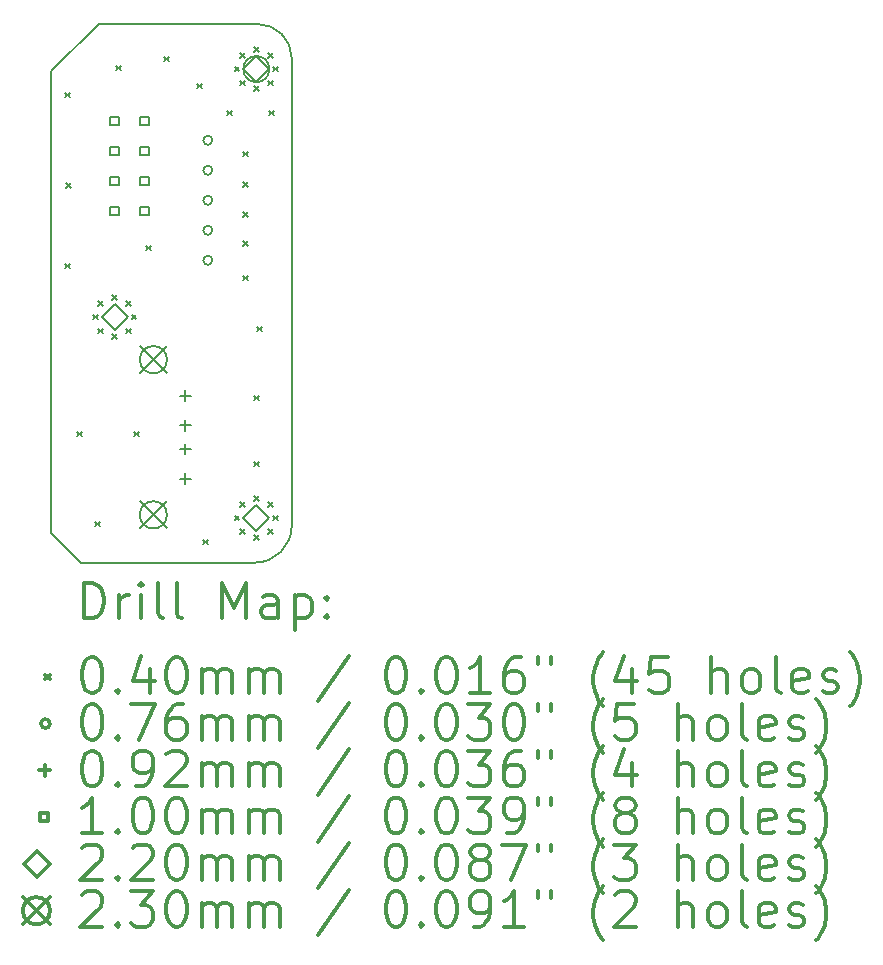
<source format=gbr>
%FSLAX45Y45*%
G04 Gerber Fmt 4.5, Leading zero omitted, Abs format (unit mm)*
G04 Created by KiCad (PCBNEW (5.1.8)-1) date 2021-04-24 14:29:43*
%MOMM*%
%LPD*%
G01*
G04 APERTURE LIST*
%TA.AperFunction,Profile*%
%ADD10C,0.150000*%
%TD*%
%ADD11C,0.200000*%
%ADD12C,0.300000*%
G04 APERTURE END LIST*
D10*
X3630000Y-5840000D02*
G75*
G02*
X3320000Y-6150000I-310000J0D01*
G01*
X3340000Y-1590000D02*
G75*
G02*
X3630000Y-1880000I0J-290000D01*
G01*
X2000000Y-1590000D02*
X1590600Y-1991800D01*
X3630000Y-5840000D02*
X3630000Y-1880000D01*
X1850000Y-6150000D02*
X3320000Y-6150000D01*
X3340000Y-1590000D02*
X2000000Y-1590000D01*
X1590600Y-5901800D02*
X1850000Y-6150000D01*
X1590600Y-1991800D02*
X1590600Y-5901800D01*
X3440600Y-1971800D02*
G75*
G03*
X3440600Y-1971800I-110000J0D01*
G01*
D11*
X1710000Y-2170000D02*
X1750000Y-2210000D01*
X1750000Y-2170000D02*
X1710000Y-2210000D01*
X1710000Y-3620000D02*
X1750000Y-3660000D01*
X1750000Y-3620000D02*
X1710000Y-3660000D01*
X1720000Y-2940000D02*
X1760000Y-2980000D01*
X1760000Y-2940000D02*
X1720000Y-2980000D01*
X1812000Y-5041600D02*
X1852000Y-5081600D01*
X1852000Y-5041600D02*
X1812000Y-5081600D01*
X1964400Y-5803600D02*
X2004400Y-5843600D01*
X2004400Y-5803600D02*
X1964400Y-5843600D01*
X2142200Y-1942800D02*
X2182200Y-1982800D01*
X2182200Y-1942800D02*
X2142200Y-1982800D01*
X2294600Y-5041600D02*
X2334600Y-5081600D01*
X2334600Y-5041600D02*
X2294600Y-5081600D01*
X2396200Y-3466800D02*
X2436200Y-3506800D01*
X2436200Y-3466800D02*
X2396200Y-3506800D01*
X2548600Y-1866600D02*
X2588600Y-1906600D01*
X2588600Y-1866600D02*
X2548600Y-1906600D01*
X2828000Y-2095200D02*
X2868000Y-2135200D01*
X2868000Y-2095200D02*
X2828000Y-2135200D01*
X2878800Y-5956000D02*
X2918800Y-5996000D01*
X2918800Y-5956000D02*
X2878800Y-5996000D01*
X3082000Y-2323800D02*
X3122000Y-2363800D01*
X3122000Y-2323800D02*
X3082000Y-2363800D01*
X3220000Y-2670000D02*
X3260000Y-2710000D01*
X3260000Y-2670000D02*
X3220000Y-2710000D01*
X3220000Y-2930000D02*
X3260000Y-2970000D01*
X3260000Y-2930000D02*
X3220000Y-2970000D01*
X3220000Y-3180000D02*
X3260000Y-3220000D01*
X3260000Y-3180000D02*
X3220000Y-3220000D01*
X3220000Y-3430000D02*
X3260000Y-3470000D01*
X3260000Y-3430000D02*
X3220000Y-3470000D01*
X3220000Y-3720000D02*
X3260000Y-3760000D01*
X3260000Y-3720000D02*
X3220000Y-3760000D01*
X3310600Y-4736800D02*
X3350600Y-4776800D01*
X3350600Y-4736800D02*
X3310600Y-4776800D01*
X3310600Y-5295600D02*
X3350600Y-5335600D01*
X3350600Y-5295600D02*
X3310600Y-5335600D01*
X3336000Y-4152600D02*
X3376000Y-4192600D01*
X3376000Y-4152600D02*
X3336000Y-4192600D01*
X3437600Y-2323800D02*
X3477600Y-2363800D01*
X3477600Y-2323800D02*
X3437600Y-2363800D01*
X3145600Y-5751800D02*
X3185600Y-5791800D01*
X3185600Y-5751800D02*
X3145600Y-5791800D01*
X3193927Y-5635127D02*
X3233927Y-5675127D01*
X3233927Y-5635127D02*
X3193927Y-5675127D01*
X3193927Y-5868473D02*
X3233927Y-5908473D01*
X3233927Y-5868473D02*
X3193927Y-5908473D01*
X3310600Y-5586800D02*
X3350600Y-5626800D01*
X3350600Y-5586800D02*
X3310600Y-5626800D01*
X3310600Y-5916800D02*
X3350600Y-5956800D01*
X3350600Y-5916800D02*
X3310600Y-5956800D01*
X3427272Y-5635127D02*
X3467272Y-5675127D01*
X3467272Y-5635127D02*
X3427272Y-5675127D01*
X3427272Y-5868473D02*
X3467272Y-5908473D01*
X3467272Y-5868473D02*
X3427272Y-5908473D01*
X3475600Y-5751800D02*
X3515600Y-5791800D01*
X3515600Y-5751800D02*
X3475600Y-5791800D01*
X1945600Y-4051800D02*
X1985600Y-4091800D01*
X1985600Y-4051800D02*
X1945600Y-4091800D01*
X1993927Y-3935127D02*
X2033927Y-3975127D01*
X2033927Y-3935127D02*
X1993927Y-3975127D01*
X1993927Y-4168473D02*
X2033927Y-4208473D01*
X2033927Y-4168473D02*
X1993927Y-4208473D01*
X2110600Y-3886800D02*
X2150600Y-3926800D01*
X2150600Y-3886800D02*
X2110600Y-3926800D01*
X2110600Y-4216800D02*
X2150600Y-4256800D01*
X2150600Y-4216800D02*
X2110600Y-4256800D01*
X2227273Y-3935127D02*
X2267273Y-3975127D01*
X2267273Y-3935127D02*
X2227273Y-3975127D01*
X2227273Y-4168473D02*
X2267273Y-4208473D01*
X2267273Y-4168473D02*
X2227273Y-4208473D01*
X2275600Y-4051800D02*
X2315600Y-4091800D01*
X2315600Y-4051800D02*
X2275600Y-4091800D01*
X3145600Y-1951800D02*
X3185600Y-1991800D01*
X3185600Y-1951800D02*
X3145600Y-1991800D01*
X3193927Y-1835127D02*
X3233927Y-1875127D01*
X3233927Y-1835127D02*
X3193927Y-1875127D01*
X3193927Y-2068473D02*
X3233927Y-2108473D01*
X3233927Y-2068473D02*
X3193927Y-2108473D01*
X3310600Y-1786800D02*
X3350600Y-1826800D01*
X3350600Y-1786800D02*
X3310600Y-1826800D01*
X3310600Y-2116800D02*
X3350600Y-2156800D01*
X3350600Y-2116800D02*
X3310600Y-2156800D01*
X3427272Y-1835127D02*
X3467272Y-1875127D01*
X3467272Y-1835127D02*
X3427272Y-1875127D01*
X3427272Y-2068473D02*
X3467272Y-2108473D01*
X3467272Y-2068473D02*
X3427272Y-2108473D01*
X3475600Y-1951800D02*
X3515600Y-1991800D01*
X3515600Y-1951800D02*
X3475600Y-1991800D01*
X2958100Y-2574000D02*
G75*
G03*
X2958100Y-2574000I-38100J0D01*
G01*
X2958100Y-2828000D02*
G75*
G03*
X2958100Y-2828000I-38100J0D01*
G01*
X2958100Y-3082000D02*
G75*
G03*
X2958100Y-3082000I-38100J0D01*
G01*
X2958100Y-3336000D02*
G75*
G03*
X2958100Y-3336000I-38100J0D01*
G01*
X2958100Y-3590000D02*
G75*
G03*
X2958100Y-3590000I-38100J0D01*
G01*
X2729600Y-4692800D02*
X2729600Y-4784800D01*
X2683600Y-4738800D02*
X2775600Y-4738800D01*
X2729600Y-4942800D02*
X2729600Y-5034800D01*
X2683600Y-4988800D02*
X2775600Y-4988800D01*
X2729600Y-5142800D02*
X2729600Y-5234800D01*
X2683600Y-5188800D02*
X2775600Y-5188800D01*
X2729600Y-5392800D02*
X2729600Y-5484800D01*
X2683600Y-5438800D02*
X2775600Y-5438800D01*
X2164956Y-2445156D02*
X2164956Y-2374444D01*
X2094244Y-2374444D01*
X2094244Y-2445156D01*
X2164956Y-2445156D01*
X2164956Y-2699156D02*
X2164956Y-2628444D01*
X2094244Y-2628444D01*
X2094244Y-2699156D01*
X2164956Y-2699156D01*
X2164956Y-2953156D02*
X2164956Y-2882444D01*
X2094244Y-2882444D01*
X2094244Y-2953156D01*
X2164956Y-2953156D01*
X2164956Y-3207156D02*
X2164956Y-3136444D01*
X2094244Y-3136444D01*
X2094244Y-3207156D01*
X2164956Y-3207156D01*
X2418956Y-2445156D02*
X2418956Y-2374444D01*
X2348244Y-2374444D01*
X2348244Y-2445156D01*
X2418956Y-2445156D01*
X2418956Y-2699156D02*
X2418956Y-2628444D01*
X2348244Y-2628444D01*
X2348244Y-2699156D01*
X2418956Y-2699156D01*
X2418956Y-2953156D02*
X2418956Y-2882444D01*
X2348244Y-2882444D01*
X2348244Y-2953156D01*
X2418956Y-2953156D01*
X2418956Y-3207156D02*
X2418956Y-3136444D01*
X2348244Y-3136444D01*
X2348244Y-3207156D01*
X2418956Y-3207156D01*
X3330600Y-5881800D02*
X3440600Y-5771800D01*
X3330600Y-5661800D01*
X3220600Y-5771800D01*
X3330600Y-5881800D01*
X2130600Y-4181800D02*
X2240600Y-4071800D01*
X2130600Y-3961800D01*
X2020600Y-4071800D01*
X2130600Y-4181800D01*
X3330600Y-2081800D02*
X3440600Y-1971800D01*
X3330600Y-1861800D01*
X3220600Y-1971800D01*
X3330600Y-2081800D01*
X2343600Y-4316800D02*
X2573600Y-4546800D01*
X2573600Y-4316800D02*
X2343600Y-4546800D01*
X2573600Y-4431800D02*
G75*
G03*
X2573600Y-4431800I-115000J0D01*
G01*
X2343600Y-5630800D02*
X2573600Y-5860800D01*
X2573600Y-5630800D02*
X2343600Y-5860800D01*
X2573600Y-5745800D02*
G75*
G03*
X2573600Y-5745800I-115000J0D01*
G01*
D12*
X1869528Y-6623214D02*
X1869528Y-6323214D01*
X1940957Y-6323214D01*
X1983814Y-6337500D01*
X2012385Y-6366071D01*
X2026671Y-6394643D01*
X2040957Y-6451786D01*
X2040957Y-6494643D01*
X2026671Y-6551786D01*
X2012385Y-6580357D01*
X1983814Y-6608929D01*
X1940957Y-6623214D01*
X1869528Y-6623214D01*
X2169528Y-6623214D02*
X2169528Y-6423214D01*
X2169528Y-6480357D02*
X2183814Y-6451786D01*
X2198100Y-6437500D01*
X2226671Y-6423214D01*
X2255243Y-6423214D01*
X2355243Y-6623214D02*
X2355243Y-6423214D01*
X2355243Y-6323214D02*
X2340957Y-6337500D01*
X2355243Y-6351786D01*
X2369528Y-6337500D01*
X2355243Y-6323214D01*
X2355243Y-6351786D01*
X2540957Y-6623214D02*
X2512386Y-6608929D01*
X2498100Y-6580357D01*
X2498100Y-6323214D01*
X2698100Y-6623214D02*
X2669528Y-6608929D01*
X2655243Y-6580357D01*
X2655243Y-6323214D01*
X3040957Y-6623214D02*
X3040957Y-6323214D01*
X3140957Y-6537500D01*
X3240957Y-6323214D01*
X3240957Y-6623214D01*
X3512385Y-6623214D02*
X3512385Y-6466071D01*
X3498100Y-6437500D01*
X3469528Y-6423214D01*
X3412385Y-6423214D01*
X3383814Y-6437500D01*
X3512385Y-6608929D02*
X3483814Y-6623214D01*
X3412385Y-6623214D01*
X3383814Y-6608929D01*
X3369528Y-6580357D01*
X3369528Y-6551786D01*
X3383814Y-6523214D01*
X3412385Y-6508929D01*
X3483814Y-6508929D01*
X3512385Y-6494643D01*
X3655243Y-6423214D02*
X3655243Y-6723214D01*
X3655243Y-6437500D02*
X3683814Y-6423214D01*
X3740957Y-6423214D01*
X3769528Y-6437500D01*
X3783814Y-6451786D01*
X3798100Y-6480357D01*
X3798100Y-6566071D01*
X3783814Y-6594643D01*
X3769528Y-6608929D01*
X3740957Y-6623214D01*
X3683814Y-6623214D01*
X3655243Y-6608929D01*
X3926671Y-6594643D02*
X3940957Y-6608929D01*
X3926671Y-6623214D01*
X3912385Y-6608929D01*
X3926671Y-6594643D01*
X3926671Y-6623214D01*
X3926671Y-6437500D02*
X3940957Y-6451786D01*
X3926671Y-6466071D01*
X3912385Y-6451786D01*
X3926671Y-6437500D01*
X3926671Y-6466071D01*
X1543100Y-7097500D02*
X1583100Y-7137500D01*
X1583100Y-7097500D02*
X1543100Y-7137500D01*
X1926671Y-6953214D02*
X1955243Y-6953214D01*
X1983814Y-6967500D01*
X1998100Y-6981786D01*
X2012385Y-7010357D01*
X2026671Y-7067500D01*
X2026671Y-7138929D01*
X2012385Y-7196071D01*
X1998100Y-7224643D01*
X1983814Y-7238929D01*
X1955243Y-7253214D01*
X1926671Y-7253214D01*
X1898100Y-7238929D01*
X1883814Y-7224643D01*
X1869528Y-7196071D01*
X1855243Y-7138929D01*
X1855243Y-7067500D01*
X1869528Y-7010357D01*
X1883814Y-6981786D01*
X1898100Y-6967500D01*
X1926671Y-6953214D01*
X2155243Y-7224643D02*
X2169528Y-7238929D01*
X2155243Y-7253214D01*
X2140957Y-7238929D01*
X2155243Y-7224643D01*
X2155243Y-7253214D01*
X2426671Y-7053214D02*
X2426671Y-7253214D01*
X2355243Y-6938929D02*
X2283814Y-7153214D01*
X2469528Y-7153214D01*
X2640957Y-6953214D02*
X2669528Y-6953214D01*
X2698100Y-6967500D01*
X2712386Y-6981786D01*
X2726671Y-7010357D01*
X2740957Y-7067500D01*
X2740957Y-7138929D01*
X2726671Y-7196071D01*
X2712386Y-7224643D01*
X2698100Y-7238929D01*
X2669528Y-7253214D01*
X2640957Y-7253214D01*
X2612386Y-7238929D01*
X2598100Y-7224643D01*
X2583814Y-7196071D01*
X2569528Y-7138929D01*
X2569528Y-7067500D01*
X2583814Y-7010357D01*
X2598100Y-6981786D01*
X2612386Y-6967500D01*
X2640957Y-6953214D01*
X2869528Y-7253214D02*
X2869528Y-7053214D01*
X2869528Y-7081786D02*
X2883814Y-7067500D01*
X2912385Y-7053214D01*
X2955243Y-7053214D01*
X2983814Y-7067500D01*
X2998100Y-7096071D01*
X2998100Y-7253214D01*
X2998100Y-7096071D02*
X3012385Y-7067500D01*
X3040957Y-7053214D01*
X3083814Y-7053214D01*
X3112385Y-7067500D01*
X3126671Y-7096071D01*
X3126671Y-7253214D01*
X3269528Y-7253214D02*
X3269528Y-7053214D01*
X3269528Y-7081786D02*
X3283814Y-7067500D01*
X3312385Y-7053214D01*
X3355243Y-7053214D01*
X3383814Y-7067500D01*
X3398100Y-7096071D01*
X3398100Y-7253214D01*
X3398100Y-7096071D02*
X3412385Y-7067500D01*
X3440957Y-7053214D01*
X3483814Y-7053214D01*
X3512385Y-7067500D01*
X3526671Y-7096071D01*
X3526671Y-7253214D01*
X4112385Y-6938929D02*
X3855243Y-7324643D01*
X4498100Y-6953214D02*
X4526671Y-6953214D01*
X4555243Y-6967500D01*
X4569528Y-6981786D01*
X4583814Y-7010357D01*
X4598100Y-7067500D01*
X4598100Y-7138929D01*
X4583814Y-7196071D01*
X4569528Y-7224643D01*
X4555243Y-7238929D01*
X4526671Y-7253214D01*
X4498100Y-7253214D01*
X4469528Y-7238929D01*
X4455243Y-7224643D01*
X4440957Y-7196071D01*
X4426671Y-7138929D01*
X4426671Y-7067500D01*
X4440957Y-7010357D01*
X4455243Y-6981786D01*
X4469528Y-6967500D01*
X4498100Y-6953214D01*
X4726671Y-7224643D02*
X4740957Y-7238929D01*
X4726671Y-7253214D01*
X4712386Y-7238929D01*
X4726671Y-7224643D01*
X4726671Y-7253214D01*
X4926671Y-6953214D02*
X4955243Y-6953214D01*
X4983814Y-6967500D01*
X4998100Y-6981786D01*
X5012386Y-7010357D01*
X5026671Y-7067500D01*
X5026671Y-7138929D01*
X5012386Y-7196071D01*
X4998100Y-7224643D01*
X4983814Y-7238929D01*
X4955243Y-7253214D01*
X4926671Y-7253214D01*
X4898100Y-7238929D01*
X4883814Y-7224643D01*
X4869528Y-7196071D01*
X4855243Y-7138929D01*
X4855243Y-7067500D01*
X4869528Y-7010357D01*
X4883814Y-6981786D01*
X4898100Y-6967500D01*
X4926671Y-6953214D01*
X5312386Y-7253214D02*
X5140957Y-7253214D01*
X5226671Y-7253214D02*
X5226671Y-6953214D01*
X5198100Y-6996071D01*
X5169528Y-7024643D01*
X5140957Y-7038929D01*
X5569528Y-6953214D02*
X5512386Y-6953214D01*
X5483814Y-6967500D01*
X5469528Y-6981786D01*
X5440957Y-7024643D01*
X5426671Y-7081786D01*
X5426671Y-7196071D01*
X5440957Y-7224643D01*
X5455243Y-7238929D01*
X5483814Y-7253214D01*
X5540957Y-7253214D01*
X5569528Y-7238929D01*
X5583814Y-7224643D01*
X5598100Y-7196071D01*
X5598100Y-7124643D01*
X5583814Y-7096071D01*
X5569528Y-7081786D01*
X5540957Y-7067500D01*
X5483814Y-7067500D01*
X5455243Y-7081786D01*
X5440957Y-7096071D01*
X5426671Y-7124643D01*
X5712385Y-6953214D02*
X5712385Y-7010357D01*
X5826671Y-6953214D02*
X5826671Y-7010357D01*
X6269528Y-7367500D02*
X6255243Y-7353214D01*
X6226671Y-7310357D01*
X6212385Y-7281786D01*
X6198100Y-7238929D01*
X6183814Y-7167500D01*
X6183814Y-7110357D01*
X6198100Y-7038929D01*
X6212385Y-6996071D01*
X6226671Y-6967500D01*
X6255243Y-6924643D01*
X6269528Y-6910357D01*
X6512385Y-7053214D02*
X6512385Y-7253214D01*
X6440957Y-6938929D02*
X6369528Y-7153214D01*
X6555243Y-7153214D01*
X6812385Y-6953214D02*
X6669528Y-6953214D01*
X6655243Y-7096071D01*
X6669528Y-7081786D01*
X6698100Y-7067500D01*
X6769528Y-7067500D01*
X6798100Y-7081786D01*
X6812385Y-7096071D01*
X6826671Y-7124643D01*
X6826671Y-7196071D01*
X6812385Y-7224643D01*
X6798100Y-7238929D01*
X6769528Y-7253214D01*
X6698100Y-7253214D01*
X6669528Y-7238929D01*
X6655243Y-7224643D01*
X7183814Y-7253214D02*
X7183814Y-6953214D01*
X7312385Y-7253214D02*
X7312385Y-7096071D01*
X7298100Y-7067500D01*
X7269528Y-7053214D01*
X7226671Y-7053214D01*
X7198100Y-7067500D01*
X7183814Y-7081786D01*
X7498100Y-7253214D02*
X7469528Y-7238929D01*
X7455243Y-7224643D01*
X7440957Y-7196071D01*
X7440957Y-7110357D01*
X7455243Y-7081786D01*
X7469528Y-7067500D01*
X7498100Y-7053214D01*
X7540957Y-7053214D01*
X7569528Y-7067500D01*
X7583814Y-7081786D01*
X7598100Y-7110357D01*
X7598100Y-7196071D01*
X7583814Y-7224643D01*
X7569528Y-7238929D01*
X7540957Y-7253214D01*
X7498100Y-7253214D01*
X7769528Y-7253214D02*
X7740957Y-7238929D01*
X7726671Y-7210357D01*
X7726671Y-6953214D01*
X7998100Y-7238929D02*
X7969528Y-7253214D01*
X7912385Y-7253214D01*
X7883814Y-7238929D01*
X7869528Y-7210357D01*
X7869528Y-7096071D01*
X7883814Y-7067500D01*
X7912385Y-7053214D01*
X7969528Y-7053214D01*
X7998100Y-7067500D01*
X8012385Y-7096071D01*
X8012385Y-7124643D01*
X7869528Y-7153214D01*
X8126671Y-7238929D02*
X8155243Y-7253214D01*
X8212385Y-7253214D01*
X8240957Y-7238929D01*
X8255243Y-7210357D01*
X8255243Y-7196071D01*
X8240957Y-7167500D01*
X8212385Y-7153214D01*
X8169528Y-7153214D01*
X8140957Y-7138929D01*
X8126671Y-7110357D01*
X8126671Y-7096071D01*
X8140957Y-7067500D01*
X8169528Y-7053214D01*
X8212385Y-7053214D01*
X8240957Y-7067500D01*
X8355243Y-7367500D02*
X8369528Y-7353214D01*
X8398100Y-7310357D01*
X8412386Y-7281786D01*
X8426671Y-7238929D01*
X8440957Y-7167500D01*
X8440957Y-7110357D01*
X8426671Y-7038929D01*
X8412386Y-6996071D01*
X8398100Y-6967500D01*
X8369528Y-6924643D01*
X8355243Y-6910357D01*
X1583100Y-7513500D02*
G75*
G03*
X1583100Y-7513500I-38100J0D01*
G01*
X1926671Y-7349214D02*
X1955243Y-7349214D01*
X1983814Y-7363500D01*
X1998100Y-7377786D01*
X2012385Y-7406357D01*
X2026671Y-7463500D01*
X2026671Y-7534929D01*
X2012385Y-7592071D01*
X1998100Y-7620643D01*
X1983814Y-7634929D01*
X1955243Y-7649214D01*
X1926671Y-7649214D01*
X1898100Y-7634929D01*
X1883814Y-7620643D01*
X1869528Y-7592071D01*
X1855243Y-7534929D01*
X1855243Y-7463500D01*
X1869528Y-7406357D01*
X1883814Y-7377786D01*
X1898100Y-7363500D01*
X1926671Y-7349214D01*
X2155243Y-7620643D02*
X2169528Y-7634929D01*
X2155243Y-7649214D01*
X2140957Y-7634929D01*
X2155243Y-7620643D01*
X2155243Y-7649214D01*
X2269528Y-7349214D02*
X2469528Y-7349214D01*
X2340957Y-7649214D01*
X2712386Y-7349214D02*
X2655243Y-7349214D01*
X2626671Y-7363500D01*
X2612386Y-7377786D01*
X2583814Y-7420643D01*
X2569528Y-7477786D01*
X2569528Y-7592071D01*
X2583814Y-7620643D01*
X2598100Y-7634929D01*
X2626671Y-7649214D01*
X2683814Y-7649214D01*
X2712386Y-7634929D01*
X2726671Y-7620643D01*
X2740957Y-7592071D01*
X2740957Y-7520643D01*
X2726671Y-7492071D01*
X2712386Y-7477786D01*
X2683814Y-7463500D01*
X2626671Y-7463500D01*
X2598100Y-7477786D01*
X2583814Y-7492071D01*
X2569528Y-7520643D01*
X2869528Y-7649214D02*
X2869528Y-7449214D01*
X2869528Y-7477786D02*
X2883814Y-7463500D01*
X2912385Y-7449214D01*
X2955243Y-7449214D01*
X2983814Y-7463500D01*
X2998100Y-7492071D01*
X2998100Y-7649214D01*
X2998100Y-7492071D02*
X3012385Y-7463500D01*
X3040957Y-7449214D01*
X3083814Y-7449214D01*
X3112385Y-7463500D01*
X3126671Y-7492071D01*
X3126671Y-7649214D01*
X3269528Y-7649214D02*
X3269528Y-7449214D01*
X3269528Y-7477786D02*
X3283814Y-7463500D01*
X3312385Y-7449214D01*
X3355243Y-7449214D01*
X3383814Y-7463500D01*
X3398100Y-7492071D01*
X3398100Y-7649214D01*
X3398100Y-7492071D02*
X3412385Y-7463500D01*
X3440957Y-7449214D01*
X3483814Y-7449214D01*
X3512385Y-7463500D01*
X3526671Y-7492071D01*
X3526671Y-7649214D01*
X4112385Y-7334929D02*
X3855243Y-7720643D01*
X4498100Y-7349214D02*
X4526671Y-7349214D01*
X4555243Y-7363500D01*
X4569528Y-7377786D01*
X4583814Y-7406357D01*
X4598100Y-7463500D01*
X4598100Y-7534929D01*
X4583814Y-7592071D01*
X4569528Y-7620643D01*
X4555243Y-7634929D01*
X4526671Y-7649214D01*
X4498100Y-7649214D01*
X4469528Y-7634929D01*
X4455243Y-7620643D01*
X4440957Y-7592071D01*
X4426671Y-7534929D01*
X4426671Y-7463500D01*
X4440957Y-7406357D01*
X4455243Y-7377786D01*
X4469528Y-7363500D01*
X4498100Y-7349214D01*
X4726671Y-7620643D02*
X4740957Y-7634929D01*
X4726671Y-7649214D01*
X4712386Y-7634929D01*
X4726671Y-7620643D01*
X4726671Y-7649214D01*
X4926671Y-7349214D02*
X4955243Y-7349214D01*
X4983814Y-7363500D01*
X4998100Y-7377786D01*
X5012386Y-7406357D01*
X5026671Y-7463500D01*
X5026671Y-7534929D01*
X5012386Y-7592071D01*
X4998100Y-7620643D01*
X4983814Y-7634929D01*
X4955243Y-7649214D01*
X4926671Y-7649214D01*
X4898100Y-7634929D01*
X4883814Y-7620643D01*
X4869528Y-7592071D01*
X4855243Y-7534929D01*
X4855243Y-7463500D01*
X4869528Y-7406357D01*
X4883814Y-7377786D01*
X4898100Y-7363500D01*
X4926671Y-7349214D01*
X5126671Y-7349214D02*
X5312386Y-7349214D01*
X5212386Y-7463500D01*
X5255243Y-7463500D01*
X5283814Y-7477786D01*
X5298100Y-7492071D01*
X5312386Y-7520643D01*
X5312386Y-7592071D01*
X5298100Y-7620643D01*
X5283814Y-7634929D01*
X5255243Y-7649214D01*
X5169528Y-7649214D01*
X5140957Y-7634929D01*
X5126671Y-7620643D01*
X5498100Y-7349214D02*
X5526671Y-7349214D01*
X5555243Y-7363500D01*
X5569528Y-7377786D01*
X5583814Y-7406357D01*
X5598100Y-7463500D01*
X5598100Y-7534929D01*
X5583814Y-7592071D01*
X5569528Y-7620643D01*
X5555243Y-7634929D01*
X5526671Y-7649214D01*
X5498100Y-7649214D01*
X5469528Y-7634929D01*
X5455243Y-7620643D01*
X5440957Y-7592071D01*
X5426671Y-7534929D01*
X5426671Y-7463500D01*
X5440957Y-7406357D01*
X5455243Y-7377786D01*
X5469528Y-7363500D01*
X5498100Y-7349214D01*
X5712385Y-7349214D02*
X5712385Y-7406357D01*
X5826671Y-7349214D02*
X5826671Y-7406357D01*
X6269528Y-7763500D02*
X6255243Y-7749214D01*
X6226671Y-7706357D01*
X6212385Y-7677786D01*
X6198100Y-7634929D01*
X6183814Y-7563500D01*
X6183814Y-7506357D01*
X6198100Y-7434929D01*
X6212385Y-7392071D01*
X6226671Y-7363500D01*
X6255243Y-7320643D01*
X6269528Y-7306357D01*
X6526671Y-7349214D02*
X6383814Y-7349214D01*
X6369528Y-7492071D01*
X6383814Y-7477786D01*
X6412385Y-7463500D01*
X6483814Y-7463500D01*
X6512385Y-7477786D01*
X6526671Y-7492071D01*
X6540957Y-7520643D01*
X6540957Y-7592071D01*
X6526671Y-7620643D01*
X6512385Y-7634929D01*
X6483814Y-7649214D01*
X6412385Y-7649214D01*
X6383814Y-7634929D01*
X6369528Y-7620643D01*
X6898100Y-7649214D02*
X6898100Y-7349214D01*
X7026671Y-7649214D02*
X7026671Y-7492071D01*
X7012385Y-7463500D01*
X6983814Y-7449214D01*
X6940957Y-7449214D01*
X6912385Y-7463500D01*
X6898100Y-7477786D01*
X7212385Y-7649214D02*
X7183814Y-7634929D01*
X7169528Y-7620643D01*
X7155243Y-7592071D01*
X7155243Y-7506357D01*
X7169528Y-7477786D01*
X7183814Y-7463500D01*
X7212385Y-7449214D01*
X7255243Y-7449214D01*
X7283814Y-7463500D01*
X7298100Y-7477786D01*
X7312385Y-7506357D01*
X7312385Y-7592071D01*
X7298100Y-7620643D01*
X7283814Y-7634929D01*
X7255243Y-7649214D01*
X7212385Y-7649214D01*
X7483814Y-7649214D02*
X7455243Y-7634929D01*
X7440957Y-7606357D01*
X7440957Y-7349214D01*
X7712385Y-7634929D02*
X7683814Y-7649214D01*
X7626671Y-7649214D01*
X7598100Y-7634929D01*
X7583814Y-7606357D01*
X7583814Y-7492071D01*
X7598100Y-7463500D01*
X7626671Y-7449214D01*
X7683814Y-7449214D01*
X7712385Y-7463500D01*
X7726671Y-7492071D01*
X7726671Y-7520643D01*
X7583814Y-7549214D01*
X7840957Y-7634929D02*
X7869528Y-7649214D01*
X7926671Y-7649214D01*
X7955243Y-7634929D01*
X7969528Y-7606357D01*
X7969528Y-7592071D01*
X7955243Y-7563500D01*
X7926671Y-7549214D01*
X7883814Y-7549214D01*
X7855243Y-7534929D01*
X7840957Y-7506357D01*
X7840957Y-7492071D01*
X7855243Y-7463500D01*
X7883814Y-7449214D01*
X7926671Y-7449214D01*
X7955243Y-7463500D01*
X8069528Y-7763500D02*
X8083814Y-7749214D01*
X8112385Y-7706357D01*
X8126671Y-7677786D01*
X8140957Y-7634929D01*
X8155243Y-7563500D01*
X8155243Y-7506357D01*
X8140957Y-7434929D01*
X8126671Y-7392071D01*
X8112385Y-7363500D01*
X8083814Y-7320643D01*
X8069528Y-7306357D01*
X1537100Y-7863500D02*
X1537100Y-7955500D01*
X1491100Y-7909500D02*
X1583100Y-7909500D01*
X1926671Y-7745214D02*
X1955243Y-7745214D01*
X1983814Y-7759500D01*
X1998100Y-7773786D01*
X2012385Y-7802357D01*
X2026671Y-7859500D01*
X2026671Y-7930929D01*
X2012385Y-7988071D01*
X1998100Y-8016643D01*
X1983814Y-8030929D01*
X1955243Y-8045214D01*
X1926671Y-8045214D01*
X1898100Y-8030929D01*
X1883814Y-8016643D01*
X1869528Y-7988071D01*
X1855243Y-7930929D01*
X1855243Y-7859500D01*
X1869528Y-7802357D01*
X1883814Y-7773786D01*
X1898100Y-7759500D01*
X1926671Y-7745214D01*
X2155243Y-8016643D02*
X2169528Y-8030929D01*
X2155243Y-8045214D01*
X2140957Y-8030929D01*
X2155243Y-8016643D01*
X2155243Y-8045214D01*
X2312386Y-8045214D02*
X2369528Y-8045214D01*
X2398100Y-8030929D01*
X2412386Y-8016643D01*
X2440957Y-7973786D01*
X2455243Y-7916643D01*
X2455243Y-7802357D01*
X2440957Y-7773786D01*
X2426671Y-7759500D01*
X2398100Y-7745214D01*
X2340957Y-7745214D01*
X2312386Y-7759500D01*
X2298100Y-7773786D01*
X2283814Y-7802357D01*
X2283814Y-7873786D01*
X2298100Y-7902357D01*
X2312386Y-7916643D01*
X2340957Y-7930929D01*
X2398100Y-7930929D01*
X2426671Y-7916643D01*
X2440957Y-7902357D01*
X2455243Y-7873786D01*
X2569528Y-7773786D02*
X2583814Y-7759500D01*
X2612386Y-7745214D01*
X2683814Y-7745214D01*
X2712386Y-7759500D01*
X2726671Y-7773786D01*
X2740957Y-7802357D01*
X2740957Y-7830929D01*
X2726671Y-7873786D01*
X2555243Y-8045214D01*
X2740957Y-8045214D01*
X2869528Y-8045214D02*
X2869528Y-7845214D01*
X2869528Y-7873786D02*
X2883814Y-7859500D01*
X2912385Y-7845214D01*
X2955243Y-7845214D01*
X2983814Y-7859500D01*
X2998100Y-7888071D01*
X2998100Y-8045214D01*
X2998100Y-7888071D02*
X3012385Y-7859500D01*
X3040957Y-7845214D01*
X3083814Y-7845214D01*
X3112385Y-7859500D01*
X3126671Y-7888071D01*
X3126671Y-8045214D01*
X3269528Y-8045214D02*
X3269528Y-7845214D01*
X3269528Y-7873786D02*
X3283814Y-7859500D01*
X3312385Y-7845214D01*
X3355243Y-7845214D01*
X3383814Y-7859500D01*
X3398100Y-7888071D01*
X3398100Y-8045214D01*
X3398100Y-7888071D02*
X3412385Y-7859500D01*
X3440957Y-7845214D01*
X3483814Y-7845214D01*
X3512385Y-7859500D01*
X3526671Y-7888071D01*
X3526671Y-8045214D01*
X4112385Y-7730929D02*
X3855243Y-8116643D01*
X4498100Y-7745214D02*
X4526671Y-7745214D01*
X4555243Y-7759500D01*
X4569528Y-7773786D01*
X4583814Y-7802357D01*
X4598100Y-7859500D01*
X4598100Y-7930929D01*
X4583814Y-7988071D01*
X4569528Y-8016643D01*
X4555243Y-8030929D01*
X4526671Y-8045214D01*
X4498100Y-8045214D01*
X4469528Y-8030929D01*
X4455243Y-8016643D01*
X4440957Y-7988071D01*
X4426671Y-7930929D01*
X4426671Y-7859500D01*
X4440957Y-7802357D01*
X4455243Y-7773786D01*
X4469528Y-7759500D01*
X4498100Y-7745214D01*
X4726671Y-8016643D02*
X4740957Y-8030929D01*
X4726671Y-8045214D01*
X4712386Y-8030929D01*
X4726671Y-8016643D01*
X4726671Y-8045214D01*
X4926671Y-7745214D02*
X4955243Y-7745214D01*
X4983814Y-7759500D01*
X4998100Y-7773786D01*
X5012386Y-7802357D01*
X5026671Y-7859500D01*
X5026671Y-7930929D01*
X5012386Y-7988071D01*
X4998100Y-8016643D01*
X4983814Y-8030929D01*
X4955243Y-8045214D01*
X4926671Y-8045214D01*
X4898100Y-8030929D01*
X4883814Y-8016643D01*
X4869528Y-7988071D01*
X4855243Y-7930929D01*
X4855243Y-7859500D01*
X4869528Y-7802357D01*
X4883814Y-7773786D01*
X4898100Y-7759500D01*
X4926671Y-7745214D01*
X5126671Y-7745214D02*
X5312386Y-7745214D01*
X5212386Y-7859500D01*
X5255243Y-7859500D01*
X5283814Y-7873786D01*
X5298100Y-7888071D01*
X5312386Y-7916643D01*
X5312386Y-7988071D01*
X5298100Y-8016643D01*
X5283814Y-8030929D01*
X5255243Y-8045214D01*
X5169528Y-8045214D01*
X5140957Y-8030929D01*
X5126671Y-8016643D01*
X5569528Y-7745214D02*
X5512386Y-7745214D01*
X5483814Y-7759500D01*
X5469528Y-7773786D01*
X5440957Y-7816643D01*
X5426671Y-7873786D01*
X5426671Y-7988071D01*
X5440957Y-8016643D01*
X5455243Y-8030929D01*
X5483814Y-8045214D01*
X5540957Y-8045214D01*
X5569528Y-8030929D01*
X5583814Y-8016643D01*
X5598100Y-7988071D01*
X5598100Y-7916643D01*
X5583814Y-7888071D01*
X5569528Y-7873786D01*
X5540957Y-7859500D01*
X5483814Y-7859500D01*
X5455243Y-7873786D01*
X5440957Y-7888071D01*
X5426671Y-7916643D01*
X5712385Y-7745214D02*
X5712385Y-7802357D01*
X5826671Y-7745214D02*
X5826671Y-7802357D01*
X6269528Y-8159500D02*
X6255243Y-8145214D01*
X6226671Y-8102357D01*
X6212385Y-8073786D01*
X6198100Y-8030929D01*
X6183814Y-7959500D01*
X6183814Y-7902357D01*
X6198100Y-7830929D01*
X6212385Y-7788071D01*
X6226671Y-7759500D01*
X6255243Y-7716643D01*
X6269528Y-7702357D01*
X6512385Y-7845214D02*
X6512385Y-8045214D01*
X6440957Y-7730929D02*
X6369528Y-7945214D01*
X6555243Y-7945214D01*
X6898100Y-8045214D02*
X6898100Y-7745214D01*
X7026671Y-8045214D02*
X7026671Y-7888071D01*
X7012385Y-7859500D01*
X6983814Y-7845214D01*
X6940957Y-7845214D01*
X6912385Y-7859500D01*
X6898100Y-7873786D01*
X7212385Y-8045214D02*
X7183814Y-8030929D01*
X7169528Y-8016643D01*
X7155243Y-7988071D01*
X7155243Y-7902357D01*
X7169528Y-7873786D01*
X7183814Y-7859500D01*
X7212385Y-7845214D01*
X7255243Y-7845214D01*
X7283814Y-7859500D01*
X7298100Y-7873786D01*
X7312385Y-7902357D01*
X7312385Y-7988071D01*
X7298100Y-8016643D01*
X7283814Y-8030929D01*
X7255243Y-8045214D01*
X7212385Y-8045214D01*
X7483814Y-8045214D02*
X7455243Y-8030929D01*
X7440957Y-8002357D01*
X7440957Y-7745214D01*
X7712385Y-8030929D02*
X7683814Y-8045214D01*
X7626671Y-8045214D01*
X7598100Y-8030929D01*
X7583814Y-8002357D01*
X7583814Y-7888071D01*
X7598100Y-7859500D01*
X7626671Y-7845214D01*
X7683814Y-7845214D01*
X7712385Y-7859500D01*
X7726671Y-7888071D01*
X7726671Y-7916643D01*
X7583814Y-7945214D01*
X7840957Y-8030929D02*
X7869528Y-8045214D01*
X7926671Y-8045214D01*
X7955243Y-8030929D01*
X7969528Y-8002357D01*
X7969528Y-7988071D01*
X7955243Y-7959500D01*
X7926671Y-7945214D01*
X7883814Y-7945214D01*
X7855243Y-7930929D01*
X7840957Y-7902357D01*
X7840957Y-7888071D01*
X7855243Y-7859500D01*
X7883814Y-7845214D01*
X7926671Y-7845214D01*
X7955243Y-7859500D01*
X8069528Y-8159500D02*
X8083814Y-8145214D01*
X8112385Y-8102357D01*
X8126671Y-8073786D01*
X8140957Y-8030929D01*
X8155243Y-7959500D01*
X8155243Y-7902357D01*
X8140957Y-7830929D01*
X8126671Y-7788071D01*
X8112385Y-7759500D01*
X8083814Y-7716643D01*
X8069528Y-7702357D01*
X1568455Y-8340856D02*
X1568455Y-8270144D01*
X1497744Y-8270144D01*
X1497744Y-8340856D01*
X1568455Y-8340856D01*
X2026671Y-8441214D02*
X1855243Y-8441214D01*
X1940957Y-8441214D02*
X1940957Y-8141214D01*
X1912385Y-8184071D01*
X1883814Y-8212643D01*
X1855243Y-8226929D01*
X2155243Y-8412643D02*
X2169528Y-8426929D01*
X2155243Y-8441214D01*
X2140957Y-8426929D01*
X2155243Y-8412643D01*
X2155243Y-8441214D01*
X2355243Y-8141214D02*
X2383814Y-8141214D01*
X2412386Y-8155500D01*
X2426671Y-8169786D01*
X2440957Y-8198357D01*
X2455243Y-8255500D01*
X2455243Y-8326929D01*
X2440957Y-8384071D01*
X2426671Y-8412643D01*
X2412386Y-8426929D01*
X2383814Y-8441214D01*
X2355243Y-8441214D01*
X2326671Y-8426929D01*
X2312386Y-8412643D01*
X2298100Y-8384071D01*
X2283814Y-8326929D01*
X2283814Y-8255500D01*
X2298100Y-8198357D01*
X2312386Y-8169786D01*
X2326671Y-8155500D01*
X2355243Y-8141214D01*
X2640957Y-8141214D02*
X2669528Y-8141214D01*
X2698100Y-8155500D01*
X2712386Y-8169786D01*
X2726671Y-8198357D01*
X2740957Y-8255500D01*
X2740957Y-8326929D01*
X2726671Y-8384071D01*
X2712386Y-8412643D01*
X2698100Y-8426929D01*
X2669528Y-8441214D01*
X2640957Y-8441214D01*
X2612386Y-8426929D01*
X2598100Y-8412643D01*
X2583814Y-8384071D01*
X2569528Y-8326929D01*
X2569528Y-8255500D01*
X2583814Y-8198357D01*
X2598100Y-8169786D01*
X2612386Y-8155500D01*
X2640957Y-8141214D01*
X2869528Y-8441214D02*
X2869528Y-8241214D01*
X2869528Y-8269786D02*
X2883814Y-8255500D01*
X2912385Y-8241214D01*
X2955243Y-8241214D01*
X2983814Y-8255500D01*
X2998100Y-8284071D01*
X2998100Y-8441214D01*
X2998100Y-8284071D02*
X3012385Y-8255500D01*
X3040957Y-8241214D01*
X3083814Y-8241214D01*
X3112385Y-8255500D01*
X3126671Y-8284071D01*
X3126671Y-8441214D01*
X3269528Y-8441214D02*
X3269528Y-8241214D01*
X3269528Y-8269786D02*
X3283814Y-8255500D01*
X3312385Y-8241214D01*
X3355243Y-8241214D01*
X3383814Y-8255500D01*
X3398100Y-8284071D01*
X3398100Y-8441214D01*
X3398100Y-8284071D02*
X3412385Y-8255500D01*
X3440957Y-8241214D01*
X3483814Y-8241214D01*
X3512385Y-8255500D01*
X3526671Y-8284071D01*
X3526671Y-8441214D01*
X4112385Y-8126929D02*
X3855243Y-8512643D01*
X4498100Y-8141214D02*
X4526671Y-8141214D01*
X4555243Y-8155500D01*
X4569528Y-8169786D01*
X4583814Y-8198357D01*
X4598100Y-8255500D01*
X4598100Y-8326929D01*
X4583814Y-8384071D01*
X4569528Y-8412643D01*
X4555243Y-8426929D01*
X4526671Y-8441214D01*
X4498100Y-8441214D01*
X4469528Y-8426929D01*
X4455243Y-8412643D01*
X4440957Y-8384071D01*
X4426671Y-8326929D01*
X4426671Y-8255500D01*
X4440957Y-8198357D01*
X4455243Y-8169786D01*
X4469528Y-8155500D01*
X4498100Y-8141214D01*
X4726671Y-8412643D02*
X4740957Y-8426929D01*
X4726671Y-8441214D01*
X4712386Y-8426929D01*
X4726671Y-8412643D01*
X4726671Y-8441214D01*
X4926671Y-8141214D02*
X4955243Y-8141214D01*
X4983814Y-8155500D01*
X4998100Y-8169786D01*
X5012386Y-8198357D01*
X5026671Y-8255500D01*
X5026671Y-8326929D01*
X5012386Y-8384071D01*
X4998100Y-8412643D01*
X4983814Y-8426929D01*
X4955243Y-8441214D01*
X4926671Y-8441214D01*
X4898100Y-8426929D01*
X4883814Y-8412643D01*
X4869528Y-8384071D01*
X4855243Y-8326929D01*
X4855243Y-8255500D01*
X4869528Y-8198357D01*
X4883814Y-8169786D01*
X4898100Y-8155500D01*
X4926671Y-8141214D01*
X5126671Y-8141214D02*
X5312386Y-8141214D01*
X5212386Y-8255500D01*
X5255243Y-8255500D01*
X5283814Y-8269786D01*
X5298100Y-8284071D01*
X5312386Y-8312643D01*
X5312386Y-8384071D01*
X5298100Y-8412643D01*
X5283814Y-8426929D01*
X5255243Y-8441214D01*
X5169528Y-8441214D01*
X5140957Y-8426929D01*
X5126671Y-8412643D01*
X5455243Y-8441214D02*
X5512386Y-8441214D01*
X5540957Y-8426929D01*
X5555243Y-8412643D01*
X5583814Y-8369786D01*
X5598100Y-8312643D01*
X5598100Y-8198357D01*
X5583814Y-8169786D01*
X5569528Y-8155500D01*
X5540957Y-8141214D01*
X5483814Y-8141214D01*
X5455243Y-8155500D01*
X5440957Y-8169786D01*
X5426671Y-8198357D01*
X5426671Y-8269786D01*
X5440957Y-8298357D01*
X5455243Y-8312643D01*
X5483814Y-8326929D01*
X5540957Y-8326929D01*
X5569528Y-8312643D01*
X5583814Y-8298357D01*
X5598100Y-8269786D01*
X5712385Y-8141214D02*
X5712385Y-8198357D01*
X5826671Y-8141214D02*
X5826671Y-8198357D01*
X6269528Y-8555500D02*
X6255243Y-8541214D01*
X6226671Y-8498357D01*
X6212385Y-8469786D01*
X6198100Y-8426929D01*
X6183814Y-8355500D01*
X6183814Y-8298357D01*
X6198100Y-8226929D01*
X6212385Y-8184071D01*
X6226671Y-8155500D01*
X6255243Y-8112643D01*
X6269528Y-8098357D01*
X6426671Y-8269786D02*
X6398100Y-8255500D01*
X6383814Y-8241214D01*
X6369528Y-8212643D01*
X6369528Y-8198357D01*
X6383814Y-8169786D01*
X6398100Y-8155500D01*
X6426671Y-8141214D01*
X6483814Y-8141214D01*
X6512385Y-8155500D01*
X6526671Y-8169786D01*
X6540957Y-8198357D01*
X6540957Y-8212643D01*
X6526671Y-8241214D01*
X6512385Y-8255500D01*
X6483814Y-8269786D01*
X6426671Y-8269786D01*
X6398100Y-8284071D01*
X6383814Y-8298357D01*
X6369528Y-8326929D01*
X6369528Y-8384071D01*
X6383814Y-8412643D01*
X6398100Y-8426929D01*
X6426671Y-8441214D01*
X6483814Y-8441214D01*
X6512385Y-8426929D01*
X6526671Y-8412643D01*
X6540957Y-8384071D01*
X6540957Y-8326929D01*
X6526671Y-8298357D01*
X6512385Y-8284071D01*
X6483814Y-8269786D01*
X6898100Y-8441214D02*
X6898100Y-8141214D01*
X7026671Y-8441214D02*
X7026671Y-8284071D01*
X7012385Y-8255500D01*
X6983814Y-8241214D01*
X6940957Y-8241214D01*
X6912385Y-8255500D01*
X6898100Y-8269786D01*
X7212385Y-8441214D02*
X7183814Y-8426929D01*
X7169528Y-8412643D01*
X7155243Y-8384071D01*
X7155243Y-8298357D01*
X7169528Y-8269786D01*
X7183814Y-8255500D01*
X7212385Y-8241214D01*
X7255243Y-8241214D01*
X7283814Y-8255500D01*
X7298100Y-8269786D01*
X7312385Y-8298357D01*
X7312385Y-8384071D01*
X7298100Y-8412643D01*
X7283814Y-8426929D01*
X7255243Y-8441214D01*
X7212385Y-8441214D01*
X7483814Y-8441214D02*
X7455243Y-8426929D01*
X7440957Y-8398357D01*
X7440957Y-8141214D01*
X7712385Y-8426929D02*
X7683814Y-8441214D01*
X7626671Y-8441214D01*
X7598100Y-8426929D01*
X7583814Y-8398357D01*
X7583814Y-8284071D01*
X7598100Y-8255500D01*
X7626671Y-8241214D01*
X7683814Y-8241214D01*
X7712385Y-8255500D01*
X7726671Y-8284071D01*
X7726671Y-8312643D01*
X7583814Y-8341214D01*
X7840957Y-8426929D02*
X7869528Y-8441214D01*
X7926671Y-8441214D01*
X7955243Y-8426929D01*
X7969528Y-8398357D01*
X7969528Y-8384071D01*
X7955243Y-8355500D01*
X7926671Y-8341214D01*
X7883814Y-8341214D01*
X7855243Y-8326929D01*
X7840957Y-8298357D01*
X7840957Y-8284071D01*
X7855243Y-8255500D01*
X7883814Y-8241214D01*
X7926671Y-8241214D01*
X7955243Y-8255500D01*
X8069528Y-8555500D02*
X8083814Y-8541214D01*
X8112385Y-8498357D01*
X8126671Y-8469786D01*
X8140957Y-8426929D01*
X8155243Y-8355500D01*
X8155243Y-8298357D01*
X8140957Y-8226929D01*
X8126671Y-8184071D01*
X8112385Y-8155500D01*
X8083814Y-8112643D01*
X8069528Y-8098357D01*
X1473100Y-8811500D02*
X1583100Y-8701500D01*
X1473100Y-8591500D01*
X1363100Y-8701500D01*
X1473100Y-8811500D01*
X1855243Y-8565786D02*
X1869528Y-8551500D01*
X1898100Y-8537214D01*
X1969528Y-8537214D01*
X1998100Y-8551500D01*
X2012385Y-8565786D01*
X2026671Y-8594357D01*
X2026671Y-8622929D01*
X2012385Y-8665786D01*
X1840957Y-8837214D01*
X2026671Y-8837214D01*
X2155243Y-8808643D02*
X2169528Y-8822929D01*
X2155243Y-8837214D01*
X2140957Y-8822929D01*
X2155243Y-8808643D01*
X2155243Y-8837214D01*
X2283814Y-8565786D02*
X2298100Y-8551500D01*
X2326671Y-8537214D01*
X2398100Y-8537214D01*
X2426671Y-8551500D01*
X2440957Y-8565786D01*
X2455243Y-8594357D01*
X2455243Y-8622929D01*
X2440957Y-8665786D01*
X2269528Y-8837214D01*
X2455243Y-8837214D01*
X2640957Y-8537214D02*
X2669528Y-8537214D01*
X2698100Y-8551500D01*
X2712386Y-8565786D01*
X2726671Y-8594357D01*
X2740957Y-8651500D01*
X2740957Y-8722929D01*
X2726671Y-8780072D01*
X2712386Y-8808643D01*
X2698100Y-8822929D01*
X2669528Y-8837214D01*
X2640957Y-8837214D01*
X2612386Y-8822929D01*
X2598100Y-8808643D01*
X2583814Y-8780072D01*
X2569528Y-8722929D01*
X2569528Y-8651500D01*
X2583814Y-8594357D01*
X2598100Y-8565786D01*
X2612386Y-8551500D01*
X2640957Y-8537214D01*
X2869528Y-8837214D02*
X2869528Y-8637214D01*
X2869528Y-8665786D02*
X2883814Y-8651500D01*
X2912385Y-8637214D01*
X2955243Y-8637214D01*
X2983814Y-8651500D01*
X2998100Y-8680072D01*
X2998100Y-8837214D01*
X2998100Y-8680072D02*
X3012385Y-8651500D01*
X3040957Y-8637214D01*
X3083814Y-8637214D01*
X3112385Y-8651500D01*
X3126671Y-8680072D01*
X3126671Y-8837214D01*
X3269528Y-8837214D02*
X3269528Y-8637214D01*
X3269528Y-8665786D02*
X3283814Y-8651500D01*
X3312385Y-8637214D01*
X3355243Y-8637214D01*
X3383814Y-8651500D01*
X3398100Y-8680072D01*
X3398100Y-8837214D01*
X3398100Y-8680072D02*
X3412385Y-8651500D01*
X3440957Y-8637214D01*
X3483814Y-8637214D01*
X3512385Y-8651500D01*
X3526671Y-8680072D01*
X3526671Y-8837214D01*
X4112385Y-8522929D02*
X3855243Y-8908643D01*
X4498100Y-8537214D02*
X4526671Y-8537214D01*
X4555243Y-8551500D01*
X4569528Y-8565786D01*
X4583814Y-8594357D01*
X4598100Y-8651500D01*
X4598100Y-8722929D01*
X4583814Y-8780072D01*
X4569528Y-8808643D01*
X4555243Y-8822929D01*
X4526671Y-8837214D01*
X4498100Y-8837214D01*
X4469528Y-8822929D01*
X4455243Y-8808643D01*
X4440957Y-8780072D01*
X4426671Y-8722929D01*
X4426671Y-8651500D01*
X4440957Y-8594357D01*
X4455243Y-8565786D01*
X4469528Y-8551500D01*
X4498100Y-8537214D01*
X4726671Y-8808643D02*
X4740957Y-8822929D01*
X4726671Y-8837214D01*
X4712386Y-8822929D01*
X4726671Y-8808643D01*
X4726671Y-8837214D01*
X4926671Y-8537214D02*
X4955243Y-8537214D01*
X4983814Y-8551500D01*
X4998100Y-8565786D01*
X5012386Y-8594357D01*
X5026671Y-8651500D01*
X5026671Y-8722929D01*
X5012386Y-8780072D01*
X4998100Y-8808643D01*
X4983814Y-8822929D01*
X4955243Y-8837214D01*
X4926671Y-8837214D01*
X4898100Y-8822929D01*
X4883814Y-8808643D01*
X4869528Y-8780072D01*
X4855243Y-8722929D01*
X4855243Y-8651500D01*
X4869528Y-8594357D01*
X4883814Y-8565786D01*
X4898100Y-8551500D01*
X4926671Y-8537214D01*
X5198100Y-8665786D02*
X5169528Y-8651500D01*
X5155243Y-8637214D01*
X5140957Y-8608643D01*
X5140957Y-8594357D01*
X5155243Y-8565786D01*
X5169528Y-8551500D01*
X5198100Y-8537214D01*
X5255243Y-8537214D01*
X5283814Y-8551500D01*
X5298100Y-8565786D01*
X5312386Y-8594357D01*
X5312386Y-8608643D01*
X5298100Y-8637214D01*
X5283814Y-8651500D01*
X5255243Y-8665786D01*
X5198100Y-8665786D01*
X5169528Y-8680072D01*
X5155243Y-8694357D01*
X5140957Y-8722929D01*
X5140957Y-8780072D01*
X5155243Y-8808643D01*
X5169528Y-8822929D01*
X5198100Y-8837214D01*
X5255243Y-8837214D01*
X5283814Y-8822929D01*
X5298100Y-8808643D01*
X5312386Y-8780072D01*
X5312386Y-8722929D01*
X5298100Y-8694357D01*
X5283814Y-8680072D01*
X5255243Y-8665786D01*
X5412386Y-8537214D02*
X5612385Y-8537214D01*
X5483814Y-8837214D01*
X5712385Y-8537214D02*
X5712385Y-8594357D01*
X5826671Y-8537214D02*
X5826671Y-8594357D01*
X6269528Y-8951500D02*
X6255243Y-8937214D01*
X6226671Y-8894357D01*
X6212385Y-8865786D01*
X6198100Y-8822929D01*
X6183814Y-8751500D01*
X6183814Y-8694357D01*
X6198100Y-8622929D01*
X6212385Y-8580072D01*
X6226671Y-8551500D01*
X6255243Y-8508643D01*
X6269528Y-8494357D01*
X6355243Y-8537214D02*
X6540957Y-8537214D01*
X6440957Y-8651500D01*
X6483814Y-8651500D01*
X6512385Y-8665786D01*
X6526671Y-8680072D01*
X6540957Y-8708643D01*
X6540957Y-8780072D01*
X6526671Y-8808643D01*
X6512385Y-8822929D01*
X6483814Y-8837214D01*
X6398100Y-8837214D01*
X6369528Y-8822929D01*
X6355243Y-8808643D01*
X6898100Y-8837214D02*
X6898100Y-8537214D01*
X7026671Y-8837214D02*
X7026671Y-8680072D01*
X7012385Y-8651500D01*
X6983814Y-8637214D01*
X6940957Y-8637214D01*
X6912385Y-8651500D01*
X6898100Y-8665786D01*
X7212385Y-8837214D02*
X7183814Y-8822929D01*
X7169528Y-8808643D01*
X7155243Y-8780072D01*
X7155243Y-8694357D01*
X7169528Y-8665786D01*
X7183814Y-8651500D01*
X7212385Y-8637214D01*
X7255243Y-8637214D01*
X7283814Y-8651500D01*
X7298100Y-8665786D01*
X7312385Y-8694357D01*
X7312385Y-8780072D01*
X7298100Y-8808643D01*
X7283814Y-8822929D01*
X7255243Y-8837214D01*
X7212385Y-8837214D01*
X7483814Y-8837214D02*
X7455243Y-8822929D01*
X7440957Y-8794357D01*
X7440957Y-8537214D01*
X7712385Y-8822929D02*
X7683814Y-8837214D01*
X7626671Y-8837214D01*
X7598100Y-8822929D01*
X7583814Y-8794357D01*
X7583814Y-8680072D01*
X7598100Y-8651500D01*
X7626671Y-8637214D01*
X7683814Y-8637214D01*
X7712385Y-8651500D01*
X7726671Y-8680072D01*
X7726671Y-8708643D01*
X7583814Y-8737214D01*
X7840957Y-8822929D02*
X7869528Y-8837214D01*
X7926671Y-8837214D01*
X7955243Y-8822929D01*
X7969528Y-8794357D01*
X7969528Y-8780072D01*
X7955243Y-8751500D01*
X7926671Y-8737214D01*
X7883814Y-8737214D01*
X7855243Y-8722929D01*
X7840957Y-8694357D01*
X7840957Y-8680072D01*
X7855243Y-8651500D01*
X7883814Y-8637214D01*
X7926671Y-8637214D01*
X7955243Y-8651500D01*
X8069528Y-8951500D02*
X8083814Y-8937214D01*
X8112385Y-8894357D01*
X8126671Y-8865786D01*
X8140957Y-8822929D01*
X8155243Y-8751500D01*
X8155243Y-8694357D01*
X8140957Y-8622929D01*
X8126671Y-8580072D01*
X8112385Y-8551500D01*
X8083814Y-8508643D01*
X8069528Y-8494357D01*
X1353100Y-8982500D02*
X1583100Y-9212500D01*
X1583100Y-8982500D02*
X1353100Y-9212500D01*
X1583100Y-9097500D02*
G75*
G03*
X1583100Y-9097500I-115000J0D01*
G01*
X1855243Y-8961786D02*
X1869528Y-8947500D01*
X1898100Y-8933214D01*
X1969528Y-8933214D01*
X1998100Y-8947500D01*
X2012385Y-8961786D01*
X2026671Y-8990357D01*
X2026671Y-9018929D01*
X2012385Y-9061786D01*
X1840957Y-9233214D01*
X2026671Y-9233214D01*
X2155243Y-9204643D02*
X2169528Y-9218929D01*
X2155243Y-9233214D01*
X2140957Y-9218929D01*
X2155243Y-9204643D01*
X2155243Y-9233214D01*
X2269528Y-8933214D02*
X2455243Y-8933214D01*
X2355243Y-9047500D01*
X2398100Y-9047500D01*
X2426671Y-9061786D01*
X2440957Y-9076072D01*
X2455243Y-9104643D01*
X2455243Y-9176072D01*
X2440957Y-9204643D01*
X2426671Y-9218929D01*
X2398100Y-9233214D01*
X2312386Y-9233214D01*
X2283814Y-9218929D01*
X2269528Y-9204643D01*
X2640957Y-8933214D02*
X2669528Y-8933214D01*
X2698100Y-8947500D01*
X2712386Y-8961786D01*
X2726671Y-8990357D01*
X2740957Y-9047500D01*
X2740957Y-9118929D01*
X2726671Y-9176072D01*
X2712386Y-9204643D01*
X2698100Y-9218929D01*
X2669528Y-9233214D01*
X2640957Y-9233214D01*
X2612386Y-9218929D01*
X2598100Y-9204643D01*
X2583814Y-9176072D01*
X2569528Y-9118929D01*
X2569528Y-9047500D01*
X2583814Y-8990357D01*
X2598100Y-8961786D01*
X2612386Y-8947500D01*
X2640957Y-8933214D01*
X2869528Y-9233214D02*
X2869528Y-9033214D01*
X2869528Y-9061786D02*
X2883814Y-9047500D01*
X2912385Y-9033214D01*
X2955243Y-9033214D01*
X2983814Y-9047500D01*
X2998100Y-9076072D01*
X2998100Y-9233214D01*
X2998100Y-9076072D02*
X3012385Y-9047500D01*
X3040957Y-9033214D01*
X3083814Y-9033214D01*
X3112385Y-9047500D01*
X3126671Y-9076072D01*
X3126671Y-9233214D01*
X3269528Y-9233214D02*
X3269528Y-9033214D01*
X3269528Y-9061786D02*
X3283814Y-9047500D01*
X3312385Y-9033214D01*
X3355243Y-9033214D01*
X3383814Y-9047500D01*
X3398100Y-9076072D01*
X3398100Y-9233214D01*
X3398100Y-9076072D02*
X3412385Y-9047500D01*
X3440957Y-9033214D01*
X3483814Y-9033214D01*
X3512385Y-9047500D01*
X3526671Y-9076072D01*
X3526671Y-9233214D01*
X4112385Y-8918929D02*
X3855243Y-9304643D01*
X4498100Y-8933214D02*
X4526671Y-8933214D01*
X4555243Y-8947500D01*
X4569528Y-8961786D01*
X4583814Y-8990357D01*
X4598100Y-9047500D01*
X4598100Y-9118929D01*
X4583814Y-9176072D01*
X4569528Y-9204643D01*
X4555243Y-9218929D01*
X4526671Y-9233214D01*
X4498100Y-9233214D01*
X4469528Y-9218929D01*
X4455243Y-9204643D01*
X4440957Y-9176072D01*
X4426671Y-9118929D01*
X4426671Y-9047500D01*
X4440957Y-8990357D01*
X4455243Y-8961786D01*
X4469528Y-8947500D01*
X4498100Y-8933214D01*
X4726671Y-9204643D02*
X4740957Y-9218929D01*
X4726671Y-9233214D01*
X4712386Y-9218929D01*
X4726671Y-9204643D01*
X4726671Y-9233214D01*
X4926671Y-8933214D02*
X4955243Y-8933214D01*
X4983814Y-8947500D01*
X4998100Y-8961786D01*
X5012386Y-8990357D01*
X5026671Y-9047500D01*
X5026671Y-9118929D01*
X5012386Y-9176072D01*
X4998100Y-9204643D01*
X4983814Y-9218929D01*
X4955243Y-9233214D01*
X4926671Y-9233214D01*
X4898100Y-9218929D01*
X4883814Y-9204643D01*
X4869528Y-9176072D01*
X4855243Y-9118929D01*
X4855243Y-9047500D01*
X4869528Y-8990357D01*
X4883814Y-8961786D01*
X4898100Y-8947500D01*
X4926671Y-8933214D01*
X5169528Y-9233214D02*
X5226671Y-9233214D01*
X5255243Y-9218929D01*
X5269528Y-9204643D01*
X5298100Y-9161786D01*
X5312386Y-9104643D01*
X5312386Y-8990357D01*
X5298100Y-8961786D01*
X5283814Y-8947500D01*
X5255243Y-8933214D01*
X5198100Y-8933214D01*
X5169528Y-8947500D01*
X5155243Y-8961786D01*
X5140957Y-8990357D01*
X5140957Y-9061786D01*
X5155243Y-9090357D01*
X5169528Y-9104643D01*
X5198100Y-9118929D01*
X5255243Y-9118929D01*
X5283814Y-9104643D01*
X5298100Y-9090357D01*
X5312386Y-9061786D01*
X5598100Y-9233214D02*
X5426671Y-9233214D01*
X5512386Y-9233214D02*
X5512386Y-8933214D01*
X5483814Y-8976072D01*
X5455243Y-9004643D01*
X5426671Y-9018929D01*
X5712385Y-8933214D02*
X5712385Y-8990357D01*
X5826671Y-8933214D02*
X5826671Y-8990357D01*
X6269528Y-9347500D02*
X6255243Y-9333214D01*
X6226671Y-9290357D01*
X6212385Y-9261786D01*
X6198100Y-9218929D01*
X6183814Y-9147500D01*
X6183814Y-9090357D01*
X6198100Y-9018929D01*
X6212385Y-8976072D01*
X6226671Y-8947500D01*
X6255243Y-8904643D01*
X6269528Y-8890357D01*
X6369528Y-8961786D02*
X6383814Y-8947500D01*
X6412385Y-8933214D01*
X6483814Y-8933214D01*
X6512385Y-8947500D01*
X6526671Y-8961786D01*
X6540957Y-8990357D01*
X6540957Y-9018929D01*
X6526671Y-9061786D01*
X6355243Y-9233214D01*
X6540957Y-9233214D01*
X6898100Y-9233214D02*
X6898100Y-8933214D01*
X7026671Y-9233214D02*
X7026671Y-9076072D01*
X7012385Y-9047500D01*
X6983814Y-9033214D01*
X6940957Y-9033214D01*
X6912385Y-9047500D01*
X6898100Y-9061786D01*
X7212385Y-9233214D02*
X7183814Y-9218929D01*
X7169528Y-9204643D01*
X7155243Y-9176072D01*
X7155243Y-9090357D01*
X7169528Y-9061786D01*
X7183814Y-9047500D01*
X7212385Y-9033214D01*
X7255243Y-9033214D01*
X7283814Y-9047500D01*
X7298100Y-9061786D01*
X7312385Y-9090357D01*
X7312385Y-9176072D01*
X7298100Y-9204643D01*
X7283814Y-9218929D01*
X7255243Y-9233214D01*
X7212385Y-9233214D01*
X7483814Y-9233214D02*
X7455243Y-9218929D01*
X7440957Y-9190357D01*
X7440957Y-8933214D01*
X7712385Y-9218929D02*
X7683814Y-9233214D01*
X7626671Y-9233214D01*
X7598100Y-9218929D01*
X7583814Y-9190357D01*
X7583814Y-9076072D01*
X7598100Y-9047500D01*
X7626671Y-9033214D01*
X7683814Y-9033214D01*
X7712385Y-9047500D01*
X7726671Y-9076072D01*
X7726671Y-9104643D01*
X7583814Y-9133214D01*
X7840957Y-9218929D02*
X7869528Y-9233214D01*
X7926671Y-9233214D01*
X7955243Y-9218929D01*
X7969528Y-9190357D01*
X7969528Y-9176072D01*
X7955243Y-9147500D01*
X7926671Y-9133214D01*
X7883814Y-9133214D01*
X7855243Y-9118929D01*
X7840957Y-9090357D01*
X7840957Y-9076072D01*
X7855243Y-9047500D01*
X7883814Y-9033214D01*
X7926671Y-9033214D01*
X7955243Y-9047500D01*
X8069528Y-9347500D02*
X8083814Y-9333214D01*
X8112385Y-9290357D01*
X8126671Y-9261786D01*
X8140957Y-9218929D01*
X8155243Y-9147500D01*
X8155243Y-9090357D01*
X8140957Y-9018929D01*
X8126671Y-8976072D01*
X8112385Y-8947500D01*
X8083814Y-8904643D01*
X8069528Y-8890357D01*
M02*

</source>
